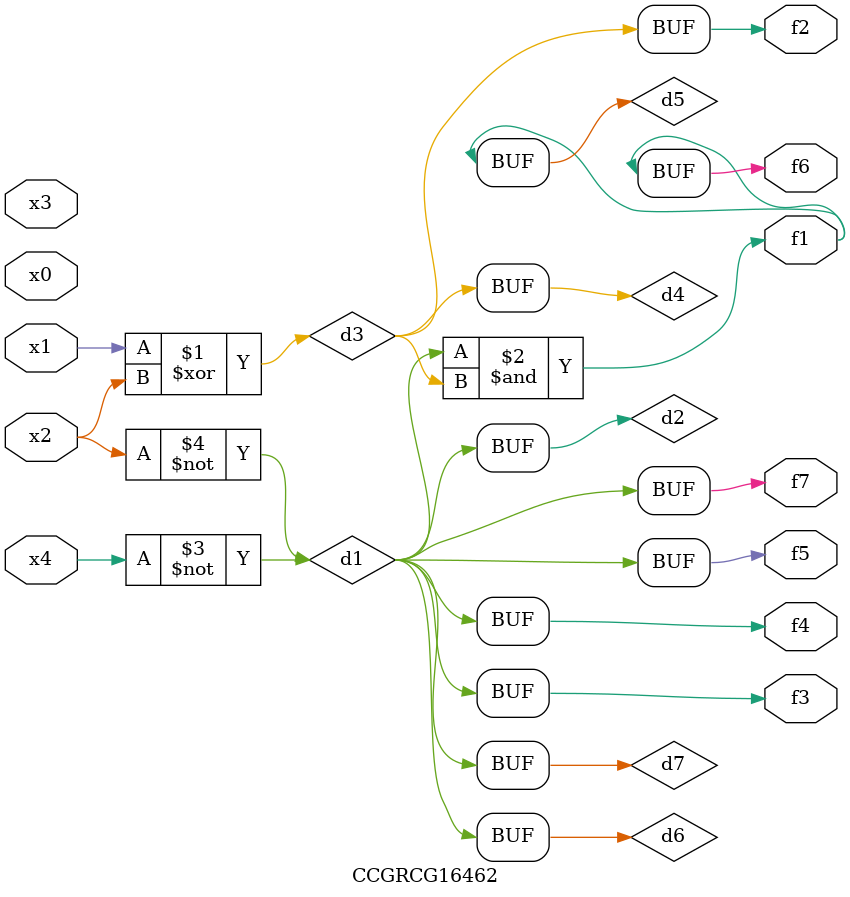
<source format=v>
module CCGRCG16462(
	input x0, x1, x2, x3, x4,
	output f1, f2, f3, f4, f5, f6, f7
);

	wire d1, d2, d3, d4, d5, d6, d7;

	not (d1, x4);
	not (d2, x2);
	xor (d3, x1, x2);
	buf (d4, d3);
	and (d5, d1, d3);
	buf (d6, d1, d2);
	buf (d7, d2);
	assign f1 = d5;
	assign f2 = d4;
	assign f3 = d7;
	assign f4 = d7;
	assign f5 = d7;
	assign f6 = d5;
	assign f7 = d7;
endmodule

</source>
